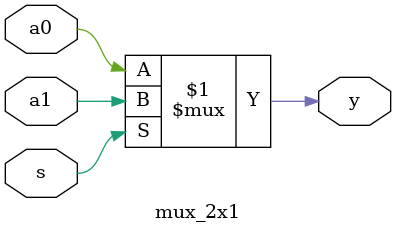
<source format=v>
module mux_2x1 (
    input s,a0,a1,
    output y
);

assign y = s?a1:a0;
    
endmodule
</source>
